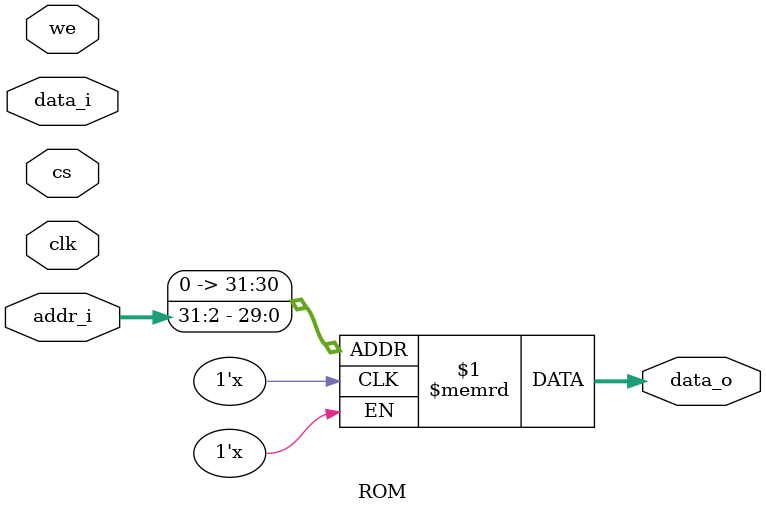
<source format=v>
module ROM
#(
	parameter addr_width 	= 32,
	parameter data_width	= 32,
	parameter mem_size 		= 1024
)
(
	input							clk,
	input		[addr_width-1:0]	addr_i,
	input							cs,		
	input							we,		
	input 		[data_width-1:0] 	data_i,
	output		 [data_width-1:0]	data_o
);

	integer i;

	reg	[data_width-1:0]	memory	[0:mem_size-1];
	
	/*
	initial begin
		// Initialize the memory to zeros.
		for(i = 0; i < mem_size; i = i+1)
       		memory[i] = {data_width{1'b0}};
		
		// Set the default output to Hi-Z.
		data_o = {data_width{1'bz}};
	end

	initial begin
		
	end
	
	always @ (posedge clk)
		if(cs) begin
			if(we)
				// WE = Write Enable, select to write, output remain the same.
				memory[addr_i >> 2] <= data_i;
			else
				// CS = Chip Select, select to read, update the output.
				data_o = memory[addr_i >> 2];
		end else
			// Turn off the output pin.
			data_o = {data_width{1'bz}};
	*/

	assign data_o = memory[addr_i >> 2];

endmodule

</source>
